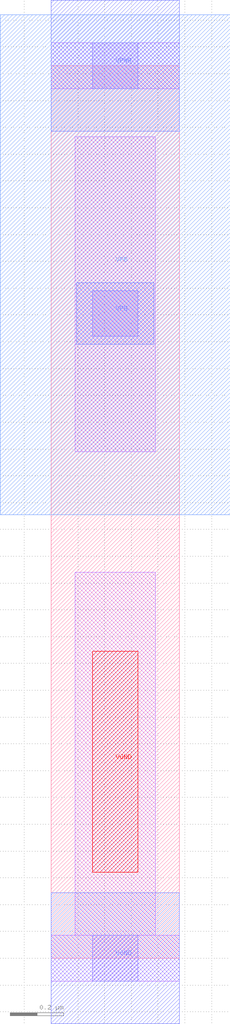
<source format=lef>
# Copyright 2020 The SkyWater PDK Authors
#
# Licensed under the Apache License, Version 2.0 (the "License");
# you may not use this file except in compliance with the License.
# You may obtain a copy of the License at
#
#     https://www.apache.org/licenses/LICENSE-2.0
#
# Unless required by applicable law or agreed to in writing, software
# distributed under the License is distributed on an "AS IS" BASIS,
# WITHOUT WARRANTIES OR CONDITIONS OF ANY KIND, either express or implied.
# See the License for the specific language governing permissions and
# limitations under the License.
#
# SPDX-License-Identifier: Apache-2.0

VERSION 5.7 ;
  NOWIREEXTENSIONATPIN ON ;
  DIVIDERCHAR "/" ;
  BUSBITCHARS "[]" ;
MACRO sky130_fd_sc_lp__tapvgnd2_1
  CLASS CORE WELLTAP ;
  FOREIGN sky130_fd_sc_lp__tapvgnd2_1 ;
  ORIGIN  0.000000  0.000000 ;
  SIZE  0.480000 BY  3.330000 ;
  SYMMETRY X Y R90 ;
  SITE unit ;
  PIN VGND
    DIRECTION INOUT ;
    USE GROUND ;
    PORT
      LAYER met1 ;
        RECT 0.000000 -0.245000 0.480000 0.245000 ;
      LAYER pwell ;
        RECT 0.155000 0.320000 0.325000 1.145000 ;
    END
  END VGND
  PIN VPB
    DIRECTION INOUT ;
    USE POWER ;
    PORT
      LAYER met1 ;
        RECT 0.095000 2.290000 0.385000 2.520000 ;
      LAYER nwell ;
        RECT -0.190000 1.655000 0.670000 3.520000 ;
    END
  END VPB
  PIN VPWR
    DIRECTION INOUT ;
    USE POWER ;
    PORT
      LAYER met1 ;
        RECT 0.000000 3.085000 0.480000 3.575000 ;
    END
  END VPWR
  OBS
    LAYER li1 ;
      RECT 0.000000 -0.085000 0.480000 0.085000 ;
      RECT 0.000000  3.245000 0.480000 3.415000 ;
      RECT 0.090000  0.085000 0.390000 1.440000 ;
      RECT 0.090000  1.890000 0.390000 3.065000 ;
    LAYER mcon ;
      RECT 0.155000 -0.085000 0.325000 0.085000 ;
      RECT 0.155000  2.320000 0.325000 2.490000 ;
      RECT 0.155000  3.245000 0.325000 3.415000 ;
  END
END sky130_fd_sc_lp__tapvgnd2_1
END LIBRARY

</source>
